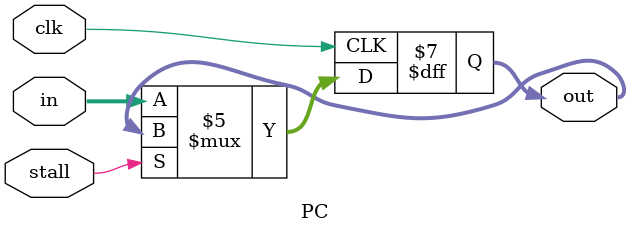
<source format=v>
`timescale 1ns / 1ps


module PC(clk, stall, in, out);

    input         clk;
    input         stall;
    input  [31:0] in;
    output [31:0] out;

    reg    [31:0] out;

    // initialize program counter
    initial begin
        out = 32'b0;
    end

    // update program counter
    always@(posedge clk) begin
        if (!stall) begin
            out = in;
        end
    end

endmodule

</source>
